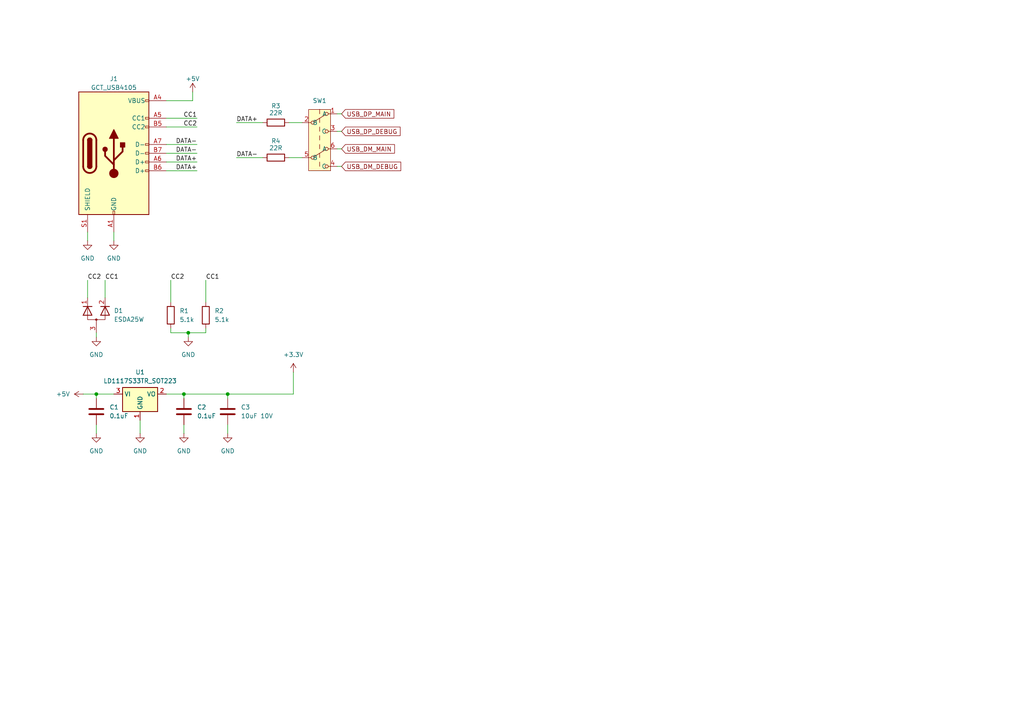
<source format=kicad_sch>
(kicad_sch
	(version 20231120)
	(generator "eeschema")
	(generator_version "8.0")
	(uuid "7a3c4c2f-9b14-4c40-816a-150931abb648")
	(paper "A4")
	(lib_symbols
		(symbol "Connector:USB_C_Receptacle_USB2.0_14P"
			(pin_names
				(offset 1.016)
			)
			(exclude_from_sim no)
			(in_bom yes)
			(on_board yes)
			(property "Reference" "J"
				(at 0 22.225 0)
				(effects
					(font
						(size 1.27 1.27)
					)
				)
			)
			(property "Value" "USB_C_Receptacle_USB2.0_14P"
				(at 0 19.685 0)
				(effects
					(font
						(size 1.27 1.27)
					)
				)
			)
			(property "Footprint" ""
				(at 3.81 0 0)
				(effects
					(font
						(size 1.27 1.27)
					)
					(hide yes)
				)
			)
			(property "Datasheet" "https://www.usb.org/sites/default/files/documents/usb_type-c.zip"
				(at 3.81 0 0)
				(effects
					(font
						(size 1.27 1.27)
					)
					(hide yes)
				)
			)
			(property "Description" "USB 2.0-only 14P Type-C Receptacle connector"
				(at 0 0 0)
				(effects
					(font
						(size 1.27 1.27)
					)
					(hide yes)
				)
			)
			(property "ki_keywords" "usb universal serial bus type-C USB2.0"
				(at 0 0 0)
				(effects
					(font
						(size 1.27 1.27)
					)
					(hide yes)
				)
			)
			(property "ki_fp_filters" "USB*C*Receptacle*"
				(at 0 0 0)
				(effects
					(font
						(size 1.27 1.27)
					)
					(hide yes)
				)
			)
			(symbol "USB_C_Receptacle_USB2.0_14P_0_0"
				(rectangle
					(start -0.254 -17.78)
					(end 0.254 -16.764)
					(stroke
						(width 0)
						(type default)
					)
					(fill
						(type none)
					)
				)
				(rectangle
					(start 10.16 -4.826)
					(end 9.144 -5.334)
					(stroke
						(width 0)
						(type default)
					)
					(fill
						(type none)
					)
				)
				(rectangle
					(start 10.16 -2.286)
					(end 9.144 -2.794)
					(stroke
						(width 0)
						(type default)
					)
					(fill
						(type none)
					)
				)
				(rectangle
					(start 10.16 0.254)
					(end 9.144 -0.254)
					(stroke
						(width 0)
						(type default)
					)
					(fill
						(type none)
					)
				)
				(rectangle
					(start 10.16 2.794)
					(end 9.144 2.286)
					(stroke
						(width 0)
						(type default)
					)
					(fill
						(type none)
					)
				)
				(rectangle
					(start 10.16 7.874)
					(end 9.144 7.366)
					(stroke
						(width 0)
						(type default)
					)
					(fill
						(type none)
					)
				)
				(rectangle
					(start 10.16 10.414)
					(end 9.144 9.906)
					(stroke
						(width 0)
						(type default)
					)
					(fill
						(type none)
					)
				)
				(rectangle
					(start 10.16 15.494)
					(end 9.144 14.986)
					(stroke
						(width 0)
						(type default)
					)
					(fill
						(type none)
					)
				)
			)
			(symbol "USB_C_Receptacle_USB2.0_14P_0_1"
				(rectangle
					(start -10.16 17.78)
					(end 10.16 -17.78)
					(stroke
						(width 0.254)
						(type default)
					)
					(fill
						(type background)
					)
				)
				(arc
					(start -8.89 -3.81)
					(mid -6.985 -5.7067)
					(end -5.08 -3.81)
					(stroke
						(width 0.508)
						(type default)
					)
					(fill
						(type none)
					)
				)
				(arc
					(start -7.62 -3.81)
					(mid -6.985 -4.4423)
					(end -6.35 -3.81)
					(stroke
						(width 0.254)
						(type default)
					)
					(fill
						(type none)
					)
				)
				(arc
					(start -7.62 -3.81)
					(mid -6.985 -4.4423)
					(end -6.35 -3.81)
					(stroke
						(width 0.254)
						(type default)
					)
					(fill
						(type outline)
					)
				)
				(rectangle
					(start -7.62 -3.81)
					(end -6.35 3.81)
					(stroke
						(width 0.254)
						(type default)
					)
					(fill
						(type outline)
					)
				)
				(arc
					(start -6.35 3.81)
					(mid -6.985 4.4423)
					(end -7.62 3.81)
					(stroke
						(width 0.254)
						(type default)
					)
					(fill
						(type none)
					)
				)
				(arc
					(start -6.35 3.81)
					(mid -6.985 4.4423)
					(end -7.62 3.81)
					(stroke
						(width 0.254)
						(type default)
					)
					(fill
						(type outline)
					)
				)
				(arc
					(start -5.08 3.81)
					(mid -6.985 5.7067)
					(end -8.89 3.81)
					(stroke
						(width 0.508)
						(type default)
					)
					(fill
						(type none)
					)
				)
				(circle
					(center -2.54 1.143)
					(radius 0.635)
					(stroke
						(width 0.254)
						(type default)
					)
					(fill
						(type outline)
					)
				)
				(circle
					(center 0 -5.842)
					(radius 1.27)
					(stroke
						(width 0)
						(type default)
					)
					(fill
						(type outline)
					)
				)
				(polyline
					(pts
						(xy -8.89 -3.81) (xy -8.89 3.81)
					)
					(stroke
						(width 0.508)
						(type default)
					)
					(fill
						(type none)
					)
				)
				(polyline
					(pts
						(xy -5.08 3.81) (xy -5.08 -3.81)
					)
					(stroke
						(width 0.508)
						(type default)
					)
					(fill
						(type none)
					)
				)
				(polyline
					(pts
						(xy 0 -5.842) (xy 0 4.318)
					)
					(stroke
						(width 0.508)
						(type default)
					)
					(fill
						(type none)
					)
				)
				(polyline
					(pts
						(xy 0 -3.302) (xy -2.54 -0.762) (xy -2.54 0.508)
					)
					(stroke
						(width 0.508)
						(type default)
					)
					(fill
						(type none)
					)
				)
				(polyline
					(pts
						(xy 0 -2.032) (xy 2.54 0.508) (xy 2.54 1.778)
					)
					(stroke
						(width 0.508)
						(type default)
					)
					(fill
						(type none)
					)
				)
				(polyline
					(pts
						(xy -1.27 4.318) (xy 0 6.858) (xy 1.27 4.318) (xy -1.27 4.318)
					)
					(stroke
						(width 0.254)
						(type default)
					)
					(fill
						(type outline)
					)
				)
				(rectangle
					(start 1.905 1.778)
					(end 3.175 3.048)
					(stroke
						(width 0.254)
						(type default)
					)
					(fill
						(type outline)
					)
				)
			)
			(symbol "USB_C_Receptacle_USB2.0_14P_1_1"
				(pin passive line
					(at 0 -22.86 90)
					(length 5.08)
					(name "GND"
						(effects
							(font
								(size 1.27 1.27)
							)
						)
					)
					(number "A1"
						(effects
							(font
								(size 1.27 1.27)
							)
						)
					)
				)
				(pin passive line
					(at 0 -22.86 90)
					(length 5.08) hide
					(name "GND"
						(effects
							(font
								(size 1.27 1.27)
							)
						)
					)
					(number "A12"
						(effects
							(font
								(size 1.27 1.27)
							)
						)
					)
				)
				(pin passive line
					(at 15.24 15.24 180)
					(length 5.08)
					(name "VBUS"
						(effects
							(font
								(size 1.27 1.27)
							)
						)
					)
					(number "A4"
						(effects
							(font
								(size 1.27 1.27)
							)
						)
					)
				)
				(pin bidirectional line
					(at 15.24 10.16 180)
					(length 5.08)
					(name "CC1"
						(effects
							(font
								(size 1.27 1.27)
							)
						)
					)
					(number "A5"
						(effects
							(font
								(size 1.27 1.27)
							)
						)
					)
				)
				(pin bidirectional line
					(at 15.24 -2.54 180)
					(length 5.08)
					(name "D+"
						(effects
							(font
								(size 1.27 1.27)
							)
						)
					)
					(number "A6"
						(effects
							(font
								(size 1.27 1.27)
							)
						)
					)
				)
				(pin bidirectional line
					(at 15.24 2.54 180)
					(length 5.08)
					(name "D-"
						(effects
							(font
								(size 1.27 1.27)
							)
						)
					)
					(number "A7"
						(effects
							(font
								(size 1.27 1.27)
							)
						)
					)
				)
				(pin passive line
					(at 15.24 15.24 180)
					(length 5.08) hide
					(name "VBUS"
						(effects
							(font
								(size 1.27 1.27)
							)
						)
					)
					(number "A9"
						(effects
							(font
								(size 1.27 1.27)
							)
						)
					)
				)
				(pin passive line
					(at 0 -22.86 90)
					(length 5.08) hide
					(name "GND"
						(effects
							(font
								(size 1.27 1.27)
							)
						)
					)
					(number "B1"
						(effects
							(font
								(size 1.27 1.27)
							)
						)
					)
				)
				(pin passive line
					(at 0 -22.86 90)
					(length 5.08) hide
					(name "GND"
						(effects
							(font
								(size 1.27 1.27)
							)
						)
					)
					(number "B12"
						(effects
							(font
								(size 1.27 1.27)
							)
						)
					)
				)
				(pin passive line
					(at 15.24 15.24 180)
					(length 5.08) hide
					(name "VBUS"
						(effects
							(font
								(size 1.27 1.27)
							)
						)
					)
					(number "B4"
						(effects
							(font
								(size 1.27 1.27)
							)
						)
					)
				)
				(pin bidirectional line
					(at 15.24 7.62 180)
					(length 5.08)
					(name "CC2"
						(effects
							(font
								(size 1.27 1.27)
							)
						)
					)
					(number "B5"
						(effects
							(font
								(size 1.27 1.27)
							)
						)
					)
				)
				(pin bidirectional line
					(at 15.24 -5.08 180)
					(length 5.08)
					(name "D+"
						(effects
							(font
								(size 1.27 1.27)
							)
						)
					)
					(number "B6"
						(effects
							(font
								(size 1.27 1.27)
							)
						)
					)
				)
				(pin bidirectional line
					(at 15.24 0 180)
					(length 5.08)
					(name "D-"
						(effects
							(font
								(size 1.27 1.27)
							)
						)
					)
					(number "B7"
						(effects
							(font
								(size 1.27 1.27)
							)
						)
					)
				)
				(pin passive line
					(at 15.24 15.24 180)
					(length 5.08) hide
					(name "VBUS"
						(effects
							(font
								(size 1.27 1.27)
							)
						)
					)
					(number "B9"
						(effects
							(font
								(size 1.27 1.27)
							)
						)
					)
				)
				(pin passive line
					(at -7.62 -22.86 90)
					(length 5.08)
					(name "SHIELD"
						(effects
							(font
								(size 1.27 1.27)
							)
						)
					)
					(number "S1"
						(effects
							(font
								(size 1.27 1.27)
							)
						)
					)
				)
			)
		)
		(symbol "Device:D_Dual_CommonAnode_KKA_Parallel"
			(pin_names
				(offset 0.762) hide)
			(exclude_from_sim no)
			(in_bom yes)
			(on_board yes)
			(property "Reference" "D"
				(at 0 5.08 0)
				(effects
					(font
						(size 1.27 1.27)
					)
				)
			)
			(property "Value" "D_Dual_CommonAnode_KKA_Parallel"
				(at 0 -5.08 0)
				(effects
					(font
						(size 1.27 1.27)
					)
				)
			)
			(property "Footprint" ""
				(at -1.27 0 0)
				(effects
					(font
						(size 1.27 1.27)
					)
					(hide yes)
				)
			)
			(property "Datasheet" "~"
				(at -1.27 0 0)
				(effects
					(font
						(size 1.27 1.27)
					)
					(hide yes)
				)
			)
			(property "Description" "Dual diode, common anode on pin 1"
				(at 0 0 0)
				(effects
					(font
						(size 1.27 1.27)
					)
					(hide yes)
				)
			)
			(property "ki_keywords" "diode"
				(at 0 0 0)
				(effects
					(font
						(size 1.27 1.27)
					)
					(hide yes)
				)
			)
			(symbol "D_Dual_CommonAnode_KKA_Parallel_0_0"
				(polyline
					(pts
						(xy 2.54 -3.81) (xy 2.54 -1.27)
					)
					(stroke
						(width 0.254)
						(type default)
					)
					(fill
						(type none)
					)
				)
				(polyline
					(pts
						(xy 2.54 1.27) (xy 2.54 3.81)
					)
					(stroke
						(width 0.254)
						(type default)
					)
					(fill
						(type none)
					)
				)
			)
			(symbol "D_Dual_CommonAnode_KKA_Parallel_0_1"
				(circle
					(center -1.27 0)
					(radius 0.254)
					(stroke
						(width 0)
						(type default)
					)
					(fill
						(type outline)
					)
				)
				(polyline
					(pts
						(xy -1.27 0) (xy -2.54 0)
					)
					(stroke
						(width 0)
						(type default)
					)
					(fill
						(type none)
					)
				)
				(polyline
					(pts
						(xy 2.54 2.54) (xy -1.27 2.54) (xy -1.27 -2.54) (xy 2.54 -2.54)
					)
					(stroke
						(width 0)
						(type default)
					)
					(fill
						(type none)
					)
				)
				(polyline
					(pts
						(xy 0 -1.27) (xy 2.54 -2.54) (xy 0 -3.81) (xy 0 -1.27) (xy 0 -1.27) (xy 0 -1.27)
					)
					(stroke
						(width 0.254)
						(type default)
					)
					(fill
						(type none)
					)
				)
				(polyline
					(pts
						(xy 0 3.81) (xy 2.54 2.54) (xy 0 1.27) (xy 0 3.81) (xy 0 3.81) (xy 0 3.81)
					)
					(stroke
						(width 0.254)
						(type default)
					)
					(fill
						(type none)
					)
				)
				(pin passive line
					(at 5.08 2.54 180)
					(length 2.54)
					(name "K"
						(effects
							(font
								(size 1.27 1.27)
							)
						)
					)
					(number "1"
						(effects
							(font
								(size 1.27 1.27)
							)
						)
					)
				)
				(pin passive line
					(at 5.08 -2.54 180)
					(length 2.54)
					(name "K"
						(effects
							(font
								(size 1.27 1.27)
							)
						)
					)
					(number "2"
						(effects
							(font
								(size 1.27 1.27)
							)
						)
					)
				)
				(pin passive line
					(at -5.08 0 0)
					(length 2.54)
					(name "A"
						(effects
							(font
								(size 1.27 1.27)
							)
						)
					)
					(number "3"
						(effects
							(font
								(size 1.27 1.27)
							)
						)
					)
				)
			)
		)
		(symbol "Device:R"
			(pin_numbers hide)
			(pin_names
				(offset 0)
			)
			(exclude_from_sim no)
			(in_bom yes)
			(on_board yes)
			(property "Reference" "R"
				(at 2.032 0 90)
				(effects
					(font
						(size 1.27 1.27)
					)
				)
			)
			(property "Value" "R"
				(at 0 0 90)
				(effects
					(font
						(size 1.27 1.27)
					)
				)
			)
			(property "Footprint" ""
				(at -1.778 0 90)
				(effects
					(font
						(size 1.27 1.27)
					)
					(hide yes)
				)
			)
			(property "Datasheet" "~"
				(at 0 0 0)
				(effects
					(font
						(size 1.27 1.27)
					)
					(hide yes)
				)
			)
			(property "Description" "Resistor"
				(at 0 0 0)
				(effects
					(font
						(size 1.27 1.27)
					)
					(hide yes)
				)
			)
			(property "ki_keywords" "R res resistor"
				(at 0 0 0)
				(effects
					(font
						(size 1.27 1.27)
					)
					(hide yes)
				)
			)
			(property "ki_fp_filters" "R_*"
				(at 0 0 0)
				(effects
					(font
						(size 1.27 1.27)
					)
					(hide yes)
				)
			)
			(symbol "R_0_1"
				(rectangle
					(start -1.016 -2.54)
					(end 1.016 2.54)
					(stroke
						(width 0.254)
						(type default)
					)
					(fill
						(type none)
					)
				)
			)
			(symbol "R_1_1"
				(pin passive line
					(at 0 3.81 270)
					(length 1.27)
					(name "~"
						(effects
							(font
								(size 1.27 1.27)
							)
						)
					)
					(number "1"
						(effects
							(font
								(size 1.27 1.27)
							)
						)
					)
				)
				(pin passive line
					(at 0 -3.81 90)
					(length 1.27)
					(name "~"
						(effects
							(font
								(size 1.27 1.27)
							)
						)
					)
					(number "2"
						(effects
							(font
								(size 1.27 1.27)
							)
						)
					)
				)
			)
		)
		(symbol "MST22D18G2-125:MST22D18G2-125"
			(exclude_from_sim no)
			(in_bom yes)
			(on_board yes)
			(property "Reference" "SW"
				(at 0 10.414 0)
				(effects
					(font
						(size 1.27 1.27)
					)
				)
			)
			(property "Value" ""
				(at 0 5.08 0)
				(effects
					(font
						(size 1.27 1.27)
					)
					(hide yes)
				)
			)
			(property "Footprint" "MST22D18G2-125:MST22D18G2-125-footprint"
				(at 0 5.08 0)
				(effects
					(font
						(size 1.27 1.27)
					)
					(hide yes)
				)
			)
			(property "Datasheet" "https://www.lcsc.com/datasheet/lcsc_datasheet_2110190930_SHOU-HAN-MST22D18G2-125_C2906280.pdf"
				(at 0 5.08 0)
				(effects
					(font
						(size 1.27 1.27)
					)
					(hide yes)
				)
			)
			(property "Description" "Standing paste 100mA DPDT 12V Black 10,000 times SMD Slide Switches ROHS"
				(at 0 5.08 0)
				(effects
					(font
						(size 1.27 1.27)
					)
					(hide yes)
				)
			)
			(symbol "MST22D18G2-125_0_1"
				(circle
					(center -2.032 -5.08)
					(radius 0.4572)
					(stroke
						(width 0)
						(type default)
					)
					(fill
						(type none)
					)
				)
				(circle
					(center -2.032 5.08)
					(radius 0.4572)
					(stroke
						(width 0)
						(type default)
					)
					(fill
						(type none)
					)
				)
				(polyline
					(pts
						(xy -1.651 -4.826) (xy 1.651 -2.794)
					)
					(stroke
						(width 0)
						(type default)
					)
					(fill
						(type none)
					)
				)
				(polyline
					(pts
						(xy -1.651 5.334) (xy 1.651 7.366)
					)
					(stroke
						(width 0)
						(type default)
					)
					(fill
						(type none)
					)
				)
				(polyline
					(pts
						(xy 0 -7.62) (xy 0 -6.35)
					)
					(stroke
						(width 0)
						(type default)
					)
					(fill
						(type none)
					)
				)
				(polyline
					(pts
						(xy 0 -5.08) (xy 0 -3.81)
					)
					(stroke
						(width 0)
						(type default)
					)
					(fill
						(type none)
					)
				)
				(polyline
					(pts
						(xy 0 -2.54) (xy 0 -1.27)
					)
					(stroke
						(width 0)
						(type default)
					)
					(fill
						(type none)
					)
				)
				(polyline
					(pts
						(xy 0 0) (xy 0 1.27)
					)
					(stroke
						(width 0)
						(type default)
					)
					(fill
						(type none)
					)
				)
				(polyline
					(pts
						(xy 0 2.54) (xy 0 3.81)
					)
					(stroke
						(width 0)
						(type default)
					)
					(fill
						(type none)
					)
				)
				(polyline
					(pts
						(xy 0 5.08) (xy 0 6.35)
					)
					(stroke
						(width 0)
						(type default)
					)
					(fill
						(type none)
					)
				)
				(polyline
					(pts
						(xy 0 7.62) (xy 0 8.89)
					)
					(stroke
						(width 0)
						(type default)
					)
					(fill
						(type none)
					)
				)
				(circle
					(center 2.032 -7.62)
					(radius 0.4572)
					(stroke
						(width 0)
						(type default)
					)
					(fill
						(type none)
					)
				)
				(circle
					(center 2.032 -2.54)
					(radius 0.4572)
					(stroke
						(width 0)
						(type default)
					)
					(fill
						(type none)
					)
				)
				(circle
					(center 2.032 2.54)
					(radius 0.4572)
					(stroke
						(width 0)
						(type default)
					)
					(fill
						(type none)
					)
				)
				(circle
					(center 2.032 7.62)
					(radius 0.4572)
					(stroke
						(width 0)
						(type default)
					)
					(fill
						(type none)
					)
				)
			)
			(symbol "MST22D18G2-125_1_1"
				(rectangle
					(start -3.175 8.89)
					(end 3.175 -8.89)
					(stroke
						(width 0)
						(type default)
					)
					(fill
						(type background)
					)
				)
				(pin passive line
					(at 5.08 7.62 180)
					(length 2.54)
					(name "A"
						(effects
							(font
								(size 1.27 1.27)
							)
						)
					)
					(number "1"
						(effects
							(font
								(size 1.27 1.27)
							)
						)
					)
				)
				(pin passive line
					(at -5.08 5.08 0)
					(length 2.54)
					(name "B"
						(effects
							(font
								(size 1.27 1.27)
							)
						)
					)
					(number "2"
						(effects
							(font
								(size 1.27 1.27)
							)
						)
					)
				)
				(pin passive line
					(at 5.08 2.54 180)
					(length 2.54)
					(name "C"
						(effects
							(font
								(size 1.27 1.27)
							)
						)
					)
					(number "3"
						(effects
							(font
								(size 1.27 1.27)
							)
						)
					)
				)
				(pin passive line
					(at 5.08 -7.62 180)
					(length 2.54)
					(name "C"
						(effects
							(font
								(size 1.27 1.27)
							)
						)
					)
					(number "4"
						(effects
							(font
								(size 1.27 1.27)
							)
						)
					)
				)
				(pin passive line
					(at -5.08 -5.08 0)
					(length 2.54)
					(name "B"
						(effects
							(font
								(size 1.27 1.27)
							)
						)
					)
					(number "5"
						(effects
							(font
								(size 1.27 1.27)
							)
						)
					)
				)
				(pin passive line
					(at 5.08 -2.54 180)
					(length 2.54)
					(name "A"
						(effects
							(font
								(size 1.27 1.27)
							)
						)
					)
					(number "6"
						(effects
							(font
								(size 1.27 1.27)
							)
						)
					)
				)
			)
		)
		(symbol "PCM_Capacitor_AKL:C_0805"
			(pin_numbers hide)
			(pin_names
				(offset 0.254)
			)
			(exclude_from_sim no)
			(in_bom yes)
			(on_board yes)
			(property "Reference" "C"
				(at 0.635 2.54 0)
				(effects
					(font
						(size 1.27 1.27)
					)
					(justify left)
				)
			)
			(property "Value" "C_0805"
				(at 0.635 -2.54 0)
				(effects
					(font
						(size 1.27 1.27)
					)
					(justify left)
				)
			)
			(property "Footprint" "Capacitor_SMD_AKL:C_0805_2012Metric"
				(at 0.9652 -3.81 0)
				(effects
					(font
						(size 1.27 1.27)
					)
					(hide yes)
				)
			)
			(property "Datasheet" "~"
				(at 0 0 0)
				(effects
					(font
						(size 1.27 1.27)
					)
					(hide yes)
				)
			)
			(property "Description" "SMD 0805 MLCC capacitor, Alternate KiCad Library"
				(at 0 0 0)
				(effects
					(font
						(size 1.27 1.27)
					)
					(hide yes)
				)
			)
			(property "ki_keywords" "cap capacitor ceramic chip mlcc smd 0805"
				(at 0 0 0)
				(effects
					(font
						(size 1.27 1.27)
					)
					(hide yes)
				)
			)
			(property "ki_fp_filters" "C_*"
				(at 0 0 0)
				(effects
					(font
						(size 1.27 1.27)
					)
					(hide yes)
				)
			)
			(symbol "C_0805_0_1"
				(polyline
					(pts
						(xy -2.032 -0.762) (xy 2.032 -0.762)
					)
					(stroke
						(width 0.508)
						(type default)
					)
					(fill
						(type none)
					)
				)
				(polyline
					(pts
						(xy -2.032 0.762) (xy 2.032 0.762)
					)
					(stroke
						(width 0.508)
						(type default)
					)
					(fill
						(type none)
					)
				)
			)
			(symbol "C_0805_1_1"
				(pin passive line
					(at 0 3.81 270)
					(length 2.794)
					(name "~"
						(effects
							(font
								(size 1.27 1.27)
							)
						)
					)
					(number "1"
						(effects
							(font
								(size 1.27 1.27)
							)
						)
					)
				)
				(pin passive line
					(at 0 -3.81 90)
					(length 2.794)
					(name "~"
						(effects
							(font
								(size 1.27 1.27)
							)
						)
					)
					(number "2"
						(effects
							(font
								(size 1.27 1.27)
							)
						)
					)
				)
			)
		)
		(symbol "PCM_Resistor_AKL:R_Generic"
			(pin_numbers hide)
			(pin_names
				(offset 0)
			)
			(exclude_from_sim no)
			(in_bom yes)
			(on_board yes)
			(property "Reference" "R"
				(at 2.54 1.27 0)
				(effects
					(font
						(size 1.27 1.27)
					)
					(justify left)
				)
			)
			(property "Value" "R_Generic"
				(at 2.54 -1.27 0)
				(effects
					(font
						(size 1.27 1.27)
					)
					(justify left)
				)
			)
			(property "Footprint" ""
				(at -1.778 0 90)
				(effects
					(font
						(size 1.27 1.27)
					)
					(hide yes)
				)
			)
			(property "Datasheet" "~"
				(at 0 0 0)
				(effects
					(font
						(size 1.27 1.27)
					)
					(hide yes)
				)
			)
			(property "Description" "Resistor, Generic European Symbol, Alternate KiCad Library"
				(at 0 0 0)
				(effects
					(font
						(size 1.27 1.27)
					)
					(hide yes)
				)
			)
			(property "ki_keywords" "R res resistor eu"
				(at 0 0 0)
				(effects
					(font
						(size 1.27 1.27)
					)
					(hide yes)
				)
			)
			(property "ki_fp_filters" "R_*"
				(at 0 0 0)
				(effects
					(font
						(size 1.27 1.27)
					)
					(hide yes)
				)
			)
			(symbol "R_Generic_0_1"
				(rectangle
					(start -1.016 -2.54)
					(end 1.016 2.54)
					(stroke
						(width 0.254)
						(type default)
					)
					(fill
						(type none)
					)
				)
			)
			(symbol "R_Generic_1_1"
				(pin passive line
					(at 0 3.81 270)
					(length 1.27)
					(name "~"
						(effects
							(font
								(size 1.27 1.27)
							)
						)
					)
					(number "1"
						(effects
							(font
								(size 1.27 1.27)
							)
						)
					)
				)
				(pin passive line
					(at 0 -3.81 90)
					(length 1.27)
					(name "~"
						(effects
							(font
								(size 1.27 1.27)
							)
						)
					)
					(number "2"
						(effects
							(font
								(size 1.27 1.27)
							)
						)
					)
				)
			)
		)
		(symbol "Regulator_Linear:LD1117S33TR_SOT223"
			(exclude_from_sim no)
			(in_bom yes)
			(on_board yes)
			(property "Reference" "U"
				(at -3.81 3.175 0)
				(effects
					(font
						(size 1.27 1.27)
					)
				)
			)
			(property "Value" "LD1117S33TR_SOT223"
				(at 0 3.175 0)
				(effects
					(font
						(size 1.27 1.27)
					)
					(justify left)
				)
			)
			(property "Footprint" "Package_TO_SOT_SMD:SOT-223-3_TabPin2"
				(at 0 5.08 0)
				(effects
					(font
						(size 1.27 1.27)
					)
					(hide yes)
				)
			)
			(property "Datasheet" "http://www.st.com/st-web-ui/static/active/en/resource/technical/document/datasheet/CD00000544.pdf"
				(at 2.54 -6.35 0)
				(effects
					(font
						(size 1.27 1.27)
					)
					(hide yes)
				)
			)
			(property "Description" "800mA Fixed Low Drop Positive Voltage Regulator, Fixed Output 3.3V, SOT-223"
				(at 0 0 0)
				(effects
					(font
						(size 1.27 1.27)
					)
					(hide yes)
				)
			)
			(property "ki_keywords" "REGULATOR LDO 3.3V"
				(at 0 0 0)
				(effects
					(font
						(size 1.27 1.27)
					)
					(hide yes)
				)
			)
			(property "ki_fp_filters" "SOT?223*TabPin2*"
				(at 0 0 0)
				(effects
					(font
						(size 1.27 1.27)
					)
					(hide yes)
				)
			)
			(symbol "LD1117S33TR_SOT223_0_1"
				(rectangle
					(start -5.08 -5.08)
					(end 5.08 1.905)
					(stroke
						(width 0.254)
						(type default)
					)
					(fill
						(type background)
					)
				)
			)
			(symbol "LD1117S33TR_SOT223_1_1"
				(pin power_in line
					(at 0 -7.62 90)
					(length 2.54)
					(name "GND"
						(effects
							(font
								(size 1.27 1.27)
							)
						)
					)
					(number "1"
						(effects
							(font
								(size 1.27 1.27)
							)
						)
					)
				)
				(pin power_out line
					(at 7.62 0 180)
					(length 2.54)
					(name "VO"
						(effects
							(font
								(size 1.27 1.27)
							)
						)
					)
					(number "2"
						(effects
							(font
								(size 1.27 1.27)
							)
						)
					)
				)
				(pin power_in line
					(at -7.62 0 0)
					(length 2.54)
					(name "VI"
						(effects
							(font
								(size 1.27 1.27)
							)
						)
					)
					(number "3"
						(effects
							(font
								(size 1.27 1.27)
							)
						)
					)
				)
			)
		)
		(symbol "power:+3.3V"
			(power)
			(pin_numbers hide)
			(pin_names
				(offset 0) hide)
			(exclude_from_sim no)
			(in_bom yes)
			(on_board yes)
			(property "Reference" "#PWR"
				(at 0 -3.81 0)
				(effects
					(font
						(size 1.27 1.27)
					)
					(hide yes)
				)
			)
			(property "Value" "+3.3V"
				(at 0 3.556 0)
				(effects
					(font
						(size 1.27 1.27)
					)
				)
			)
			(property "Footprint" ""
				(at 0 0 0)
				(effects
					(font
						(size 1.27 1.27)
					)
					(hide yes)
				)
			)
			(property "Datasheet" ""
				(at 0 0 0)
				(effects
					(font
						(size 1.27 1.27)
					)
					(hide yes)
				)
			)
			(property "Description" "Power symbol creates a global label with name \"+3.3V\""
				(at 0 0 0)
				(effects
					(font
						(size 1.27 1.27)
					)
					(hide yes)
				)
			)
			(property "ki_keywords" "global power"
				(at 0 0 0)
				(effects
					(font
						(size 1.27 1.27)
					)
					(hide yes)
				)
			)
			(symbol "+3.3V_0_1"
				(polyline
					(pts
						(xy -0.762 1.27) (xy 0 2.54)
					)
					(stroke
						(width 0)
						(type default)
					)
					(fill
						(type none)
					)
				)
				(polyline
					(pts
						(xy 0 0) (xy 0 2.54)
					)
					(stroke
						(width 0)
						(type default)
					)
					(fill
						(type none)
					)
				)
				(polyline
					(pts
						(xy 0 2.54) (xy 0.762 1.27)
					)
					(stroke
						(width 0)
						(type default)
					)
					(fill
						(type none)
					)
				)
			)
			(symbol "+3.3V_1_1"
				(pin power_in line
					(at 0 0 90)
					(length 0)
					(name "~"
						(effects
							(font
								(size 1.27 1.27)
							)
						)
					)
					(number "1"
						(effects
							(font
								(size 1.27 1.27)
							)
						)
					)
				)
			)
		)
		(symbol "power:+5V"
			(power)
			(pin_numbers hide)
			(pin_names
				(offset 0) hide)
			(exclude_from_sim no)
			(in_bom yes)
			(on_board yes)
			(property "Reference" "#PWR"
				(at 0 -3.81 0)
				(effects
					(font
						(size 1.27 1.27)
					)
					(hide yes)
				)
			)
			(property "Value" "+5V"
				(at 0 3.556 0)
				(effects
					(font
						(size 1.27 1.27)
					)
				)
			)
			(property "Footprint" ""
				(at 0 0 0)
				(effects
					(font
						(size 1.27 1.27)
					)
					(hide yes)
				)
			)
			(property "Datasheet" ""
				(at 0 0 0)
				(effects
					(font
						(size 1.27 1.27)
					)
					(hide yes)
				)
			)
			(property "Description" "Power symbol creates a global label with name \"+5V\""
				(at 0 0 0)
				(effects
					(font
						(size 1.27 1.27)
					)
					(hide yes)
				)
			)
			(property "ki_keywords" "global power"
				(at 0 0 0)
				(effects
					(font
						(size 1.27 1.27)
					)
					(hide yes)
				)
			)
			(symbol "+5V_0_1"
				(polyline
					(pts
						(xy -0.762 1.27) (xy 0 2.54)
					)
					(stroke
						(width 0)
						(type default)
					)
					(fill
						(type none)
					)
				)
				(polyline
					(pts
						(xy 0 0) (xy 0 2.54)
					)
					(stroke
						(width 0)
						(type default)
					)
					(fill
						(type none)
					)
				)
				(polyline
					(pts
						(xy 0 2.54) (xy 0.762 1.27)
					)
					(stroke
						(width 0)
						(type default)
					)
					(fill
						(type none)
					)
				)
			)
			(symbol "+5V_1_1"
				(pin power_in line
					(at 0 0 90)
					(length 0)
					(name "~"
						(effects
							(font
								(size 1.27 1.27)
							)
						)
					)
					(number "1"
						(effects
							(font
								(size 1.27 1.27)
							)
						)
					)
				)
			)
		)
		(symbol "power:GND"
			(power)
			(pin_numbers hide)
			(pin_names
				(offset 0) hide)
			(exclude_from_sim no)
			(in_bom yes)
			(on_board yes)
			(property "Reference" "#PWR"
				(at 0 -6.35 0)
				(effects
					(font
						(size 1.27 1.27)
					)
					(hide yes)
				)
			)
			(property "Value" "GND"
				(at 0 -3.81 0)
				(effects
					(font
						(size 1.27 1.27)
					)
				)
			)
			(property "Footprint" ""
				(at 0 0 0)
				(effects
					(font
						(size 1.27 1.27)
					)
					(hide yes)
				)
			)
			(property "Datasheet" ""
				(at 0 0 0)
				(effects
					(font
						(size 1.27 1.27)
					)
					(hide yes)
				)
			)
			(property "Description" "Power symbol creates a global label with name \"GND\" , ground"
				(at 0 0 0)
				(effects
					(font
						(size 1.27 1.27)
					)
					(hide yes)
				)
			)
			(property "ki_keywords" "global power"
				(at 0 0 0)
				(effects
					(font
						(size 1.27 1.27)
					)
					(hide yes)
				)
			)
			(symbol "GND_0_1"
				(polyline
					(pts
						(xy 0 0) (xy 0 -1.27) (xy 1.27 -1.27) (xy 0 -2.54) (xy -1.27 -1.27) (xy 0 -1.27)
					)
					(stroke
						(width 0)
						(type default)
					)
					(fill
						(type none)
					)
				)
			)
			(symbol "GND_1_1"
				(pin power_in line
					(at 0 0 270)
					(length 0)
					(name "~"
						(effects
							(font
								(size 1.27 1.27)
							)
						)
					)
					(number "1"
						(effects
							(font
								(size 1.27 1.27)
							)
						)
					)
				)
			)
		)
	)
	(junction
		(at 53.34 114.3)
		(diameter 0)
		(color 0 0 0 0)
		(uuid "2ce28fb1-2f9c-4101-b00a-feff7f111f7a")
	)
	(junction
		(at 66.04 114.3)
		(diameter 0)
		(color 0 0 0 0)
		(uuid "69bc0487-2448-4705-9850-9edbc7ace634")
	)
	(junction
		(at 54.61 96.52)
		(diameter 0)
		(color 0 0 0 0)
		(uuid "834f87a0-5dbf-4223-aa07-59d3ba2acef3")
	)
	(junction
		(at 27.94 114.3)
		(diameter 0)
		(color 0 0 0 0)
		(uuid "f91f6751-ef44-41ec-ab1f-6dec505109f9")
	)
	(wire
		(pts
			(xy 55.88 29.21) (xy 55.88 26.67)
		)
		(stroke
			(width 0)
			(type default)
		)
		(uuid "0732b81a-b6c2-42ec-ba2c-a0ca5cc59a56")
	)
	(wire
		(pts
			(xy 97.79 33.02) (xy 99.06 33.02)
		)
		(stroke
			(width 0)
			(type default)
		)
		(uuid "0769ec9e-2b91-4125-8951-d52835b1d36c")
	)
	(wire
		(pts
			(xy 53.34 114.3) (xy 53.34 115.57)
		)
		(stroke
			(width 0)
			(type default)
		)
		(uuid "08b878bf-fbeb-4c4d-a03c-7d8e65c7f647")
	)
	(wire
		(pts
			(xy 85.09 107.95) (xy 85.09 114.3)
		)
		(stroke
			(width 0)
			(type default)
		)
		(uuid "0d04aa81-cbe3-4519-aea2-bbd5da465916")
	)
	(wire
		(pts
			(xy 48.26 114.3) (xy 53.34 114.3)
		)
		(stroke
			(width 0)
			(type default)
		)
		(uuid "130553d1-6685-4a06-8bd4-31c37a181fe2")
	)
	(wire
		(pts
			(xy 48.26 41.91) (xy 57.15 41.91)
		)
		(stroke
			(width 0)
			(type default)
		)
		(uuid "1a2790db-8a1d-4b95-9b0a-c772b6a41cc1")
	)
	(wire
		(pts
			(xy 48.26 44.45) (xy 57.15 44.45)
		)
		(stroke
			(width 0)
			(type default)
		)
		(uuid "266e23bd-0f7a-4e03-bcd3-cc07d1080bbc")
	)
	(wire
		(pts
			(xy 66.04 114.3) (xy 66.04 115.57)
		)
		(stroke
			(width 0)
			(type default)
		)
		(uuid "2b2e581e-9062-4987-b377-4a63e02d671f")
	)
	(wire
		(pts
			(xy 97.79 48.26) (xy 99.06 48.26)
		)
		(stroke
			(width 0)
			(type default)
		)
		(uuid "2cfc6f4f-7adf-4511-8294-e2a56c5d15f7")
	)
	(wire
		(pts
			(xy 49.53 96.52) (xy 49.53 95.25)
		)
		(stroke
			(width 0)
			(type default)
		)
		(uuid "2e049e1d-ec7e-4b44-af18-9f9e4e1d1c58")
	)
	(wire
		(pts
			(xy 33.02 67.31) (xy 33.02 69.85)
		)
		(stroke
			(width 0)
			(type default)
		)
		(uuid "312a9e49-2690-4fe4-bd2e-d20e32bf9f0f")
	)
	(wire
		(pts
			(xy 66.04 114.3) (xy 85.09 114.3)
		)
		(stroke
			(width 0)
			(type default)
		)
		(uuid "39545734-33e7-47a3-a49a-afc964bdb8bc")
	)
	(wire
		(pts
			(xy 59.69 81.28) (xy 59.69 87.63)
		)
		(stroke
			(width 0)
			(type default)
		)
		(uuid "3b06bd43-84b9-427a-be2c-24184efb0669")
	)
	(wire
		(pts
			(xy 49.53 81.28) (xy 49.53 87.63)
		)
		(stroke
			(width 0)
			(type default)
		)
		(uuid "3b0754d5-1d6f-4dbf-ad20-1d3111cfc089")
	)
	(wire
		(pts
			(xy 53.34 123.19) (xy 53.34 125.73)
		)
		(stroke
			(width 0)
			(type default)
		)
		(uuid "3d66387b-e1c0-4531-96c1-2122a56b1f3d")
	)
	(wire
		(pts
			(xy 27.94 115.57) (xy 27.94 114.3)
		)
		(stroke
			(width 0)
			(type default)
		)
		(uuid "419d54cb-9ac0-4c3b-907e-c244cdeb8ba5")
	)
	(wire
		(pts
			(xy 48.26 36.83) (xy 57.15 36.83)
		)
		(stroke
			(width 0)
			(type default)
		)
		(uuid "4d3be682-8f8f-44c9-b895-aa6501d7af9f")
	)
	(wire
		(pts
			(xy 25.4 67.31) (xy 25.4 69.85)
		)
		(stroke
			(width 0)
			(type default)
		)
		(uuid "4e692290-e146-4178-81fc-cafdd0951c20")
	)
	(wire
		(pts
			(xy 54.61 96.52) (xy 54.61 97.79)
		)
		(stroke
			(width 0)
			(type default)
		)
		(uuid "529c4a57-397c-4f04-89d8-06a1aa0214a3")
	)
	(wire
		(pts
			(xy 68.58 35.56) (xy 76.2 35.56)
		)
		(stroke
			(width 0)
			(type default)
		)
		(uuid "53c3efc7-5ce0-4db3-ba33-b148813f8951")
	)
	(wire
		(pts
			(xy 66.04 123.19) (xy 66.04 125.73)
		)
		(stroke
			(width 0)
			(type default)
		)
		(uuid "613a2c09-e1bc-46d5-8308-06002ba0d0cc")
	)
	(wire
		(pts
			(xy 53.34 114.3) (xy 66.04 114.3)
		)
		(stroke
			(width 0)
			(type default)
		)
		(uuid "7365d432-abc3-4c04-be87-3c3cb3349caa")
	)
	(wire
		(pts
			(xy 83.82 45.72) (xy 87.63 45.72)
		)
		(stroke
			(width 0)
			(type default)
		)
		(uuid "7396fd1f-4bde-4db5-a620-54f10be19144")
	)
	(wire
		(pts
			(xy 40.64 121.92) (xy 40.64 125.73)
		)
		(stroke
			(width 0)
			(type default)
		)
		(uuid "73eefa23-66a4-407a-a08e-3766c186e9eb")
	)
	(wire
		(pts
			(xy 97.79 43.18) (xy 99.06 43.18)
		)
		(stroke
			(width 0)
			(type default)
		)
		(uuid "780577be-4ae8-49c3-87e6-63ee0586e234")
	)
	(wire
		(pts
			(xy 76.2 45.72) (xy 68.58 45.72)
		)
		(stroke
			(width 0)
			(type default)
		)
		(uuid "8284e54d-29cf-45c2-96de-21274e7f890b")
	)
	(wire
		(pts
			(xy 48.26 29.21) (xy 55.88 29.21)
		)
		(stroke
			(width 0)
			(type default)
		)
		(uuid "8e97d21a-26fc-4e63-9df3-ce03807ae97f")
	)
	(wire
		(pts
			(xy 49.53 96.52) (xy 54.61 96.52)
		)
		(stroke
			(width 0)
			(type default)
		)
		(uuid "9144074b-6cc4-4f3c-b853-61a79a29ecc4")
	)
	(wire
		(pts
			(xy 27.94 123.19) (xy 27.94 125.73)
		)
		(stroke
			(width 0)
			(type default)
		)
		(uuid "93ddc060-8c97-4c19-9598-985a35c0753e")
	)
	(wire
		(pts
			(xy 48.26 34.29) (xy 57.15 34.29)
		)
		(stroke
			(width 0)
			(type default)
		)
		(uuid "97b3c4de-328c-4632-a471-11de4504779a")
	)
	(wire
		(pts
			(xy 59.69 96.52) (xy 59.69 95.25)
		)
		(stroke
			(width 0)
			(type default)
		)
		(uuid "a303a7eb-28de-4002-969a-df1de332fe2f")
	)
	(wire
		(pts
			(xy 24.13 114.3) (xy 27.94 114.3)
		)
		(stroke
			(width 0)
			(type default)
		)
		(uuid "a4e33b78-5c3d-4a5e-a88e-6facfa27342d")
	)
	(wire
		(pts
			(xy 54.61 96.52) (xy 59.69 96.52)
		)
		(stroke
			(width 0)
			(type default)
		)
		(uuid "b2df6614-5c92-492b-9272-d327adacbd75")
	)
	(wire
		(pts
			(xy 30.48 81.28) (xy 30.48 86.36)
		)
		(stroke
			(width 0)
			(type default)
		)
		(uuid "b373cecb-3d32-443a-991a-d393385b8d6c")
	)
	(wire
		(pts
			(xy 27.94 96.52) (xy 27.94 97.79)
		)
		(stroke
			(width 0)
			(type default)
		)
		(uuid "be44189f-8597-4126-8efa-b41c4cfb553f")
	)
	(wire
		(pts
			(xy 48.26 49.53) (xy 57.15 49.53)
		)
		(stroke
			(width 0)
			(type default)
		)
		(uuid "db8ce55c-c3db-460c-bcaa-f96e77d291ad")
	)
	(wire
		(pts
			(xy 25.4 81.28) (xy 25.4 86.36)
		)
		(stroke
			(width 0)
			(type default)
		)
		(uuid "e05266dc-82be-41b7-8dee-20ab9d36c42e")
	)
	(wire
		(pts
			(xy 97.79 38.1) (xy 99.06 38.1)
		)
		(stroke
			(width 0)
			(type default)
		)
		(uuid "ec9b316f-83be-4edb-b440-dace361de42c")
	)
	(wire
		(pts
			(xy 83.82 35.56) (xy 87.63 35.56)
		)
		(stroke
			(width 0)
			(type default)
		)
		(uuid "fac2feb5-f90a-49e1-b610-cba5564a2bec")
	)
	(wire
		(pts
			(xy 27.94 114.3) (xy 33.02 114.3)
		)
		(stroke
			(width 0)
			(type default)
		)
		(uuid "fc952135-7d5e-4973-80ab-2e3fa78b943b")
	)
	(wire
		(pts
			(xy 48.26 46.99) (xy 57.15 46.99)
		)
		(stroke
			(width 0)
			(type default)
		)
		(uuid "fced5833-123b-4fad-b4c9-8530583b272b")
	)
	(label "DATA+"
		(at 68.58 35.56 0)
		(fields_autoplaced yes)
		(effects
			(font
				(size 1.27 1.27)
			)
			(justify left bottom)
		)
		(uuid "0c53b955-b78d-4453-80d1-1739278ed65b")
	)
	(label "CC2"
		(at 57.15 36.83 180)
		(fields_autoplaced yes)
		(effects
			(font
				(size 1.27 1.27)
			)
			(justify right bottom)
		)
		(uuid "2f93d14d-e2ae-49e0-985e-17c02bf2b7d2")
	)
	(label "CC2"
		(at 25.4 81.28 0)
		(fields_autoplaced yes)
		(effects
			(font
				(size 1.27 1.27)
			)
			(justify left bottom)
		)
		(uuid "3184c9f7-3064-466d-b7fb-b11d4ad2f161")
	)
	(label "CC1"
		(at 30.48 81.28 0)
		(fields_autoplaced yes)
		(effects
			(font
				(size 1.27 1.27)
			)
			(justify left bottom)
		)
		(uuid "36d7db57-6dbb-44b2-ace1-799284143812")
	)
	(label "DATA-"
		(at 57.15 44.45 180)
		(fields_autoplaced yes)
		(effects
			(font
				(size 1.27 1.27)
			)
			(justify right bottom)
		)
		(uuid "4b8db474-971e-436b-8897-c1bd0f4664d9")
	)
	(label "DATA+"
		(at 57.15 46.99 180)
		(fields_autoplaced yes)
		(effects
			(font
				(size 1.27 1.27)
			)
			(justify right bottom)
		)
		(uuid "547ebbf8-b81f-4fb9-a302-03f5bfe33c91")
	)
	(label "CC2"
		(at 49.53 81.28 0)
		(fields_autoplaced yes)
		(effects
			(font
				(size 1.27 1.27)
			)
			(justify left bottom)
		)
		(uuid "7f11ec2a-73be-40f5-bfac-c823a3162c91")
	)
	(label "DATA-"
		(at 68.58 45.72 0)
		(fields_autoplaced yes)
		(effects
			(font
				(size 1.27 1.27)
			)
			(justify left bottom)
		)
		(uuid "8887efd9-9c2e-4e4e-99b9-f8c094f77de1")
	)
	(label "DATA-"
		(at 57.15 41.91 180)
		(fields_autoplaced yes)
		(effects
			(font
				(size 1.27 1.27)
			)
			(justify right bottom)
		)
		(uuid "b0a6f1a8-f2d0-404f-bf2b-4fdb82f0549e")
	)
	(label "CC1"
		(at 57.15 34.29 180)
		(fields_autoplaced yes)
		(effects
			(font
				(size 1.27 1.27)
			)
			(justify right bottom)
		)
		(uuid "cdda62a1-4cdb-4149-88fa-b8dc286283ce")
	)
	(label "CC1"
		(at 59.69 81.28 0)
		(fields_autoplaced yes)
		(effects
			(font
				(size 1.27 1.27)
			)
			(justify left bottom)
		)
		(uuid "d7112fd4-4c03-4e89-b471-5397450152cd")
	)
	(label "DATA+"
		(at 57.15 49.53 180)
		(fields_autoplaced yes)
		(effects
			(font
				(size 1.27 1.27)
			)
			(justify right bottom)
		)
		(uuid "eee3c307-8a23-46bc-a319-23db57e8f1ae")
	)
	(global_label "USB_DM_MAIN"
		(shape input)
		(at 99.06 43.18 0)
		(fields_autoplaced yes)
		(effects
			(font
				(size 1.27 1.27)
			)
			(justify left)
		)
		(uuid "913baa33-5ccf-412f-b4ec-9065034d651d")
		(property "Intersheetrefs" "${INTERSHEET_REFS}"
			(at 114.9871 43.18 0)
			(effects
				(font
					(size 1.27 1.27)
				)
				(justify left)
				(hide yes)
			)
		)
	)
	(global_label "USB_DP_MAIN"
		(shape input)
		(at 99.06 33.02 0)
		(fields_autoplaced yes)
		(effects
			(font
				(size 1.27 1.27)
			)
			(justify left)
		)
		(uuid "9ecb0929-0dee-4241-8b8e-cd3d7c78833a")
		(property "Intersheetrefs" "${INTERSHEET_REFS}"
			(at 114.8057 33.02 0)
			(effects
				(font
					(size 1.27 1.27)
				)
				(justify left)
				(hide yes)
			)
		)
	)
	(global_label "USB_DM_DEBUG"
		(shape input)
		(at 99.06 48.26 0)
		(fields_autoplaced yes)
		(effects
			(font
				(size 1.27 1.27)
			)
			(justify left)
		)
		(uuid "9f5efc56-fe5f-45e6-8f3b-5cab2425c9a2")
		(property "Intersheetrefs" "${INTERSHEET_REFS}"
			(at 116.8013 48.26 0)
			(effects
				(font
					(size 1.27 1.27)
				)
				(justify left)
				(hide yes)
			)
		)
	)
	(global_label "USB_DP_DEBUG"
		(shape input)
		(at 99.06 38.1 0)
		(fields_autoplaced yes)
		(effects
			(font
				(size 1.27 1.27)
			)
			(justify left)
		)
		(uuid "cb7fc62d-c2ec-46b3-92a9-528575ef33cb")
		(property "Intersheetrefs" "${INTERSHEET_REFS}"
			(at 116.6199 38.1 0)
			(effects
				(font
					(size 1.27 1.27)
				)
				(justify left)
				(hide yes)
			)
		)
	)
	(symbol
		(lib_id "Connector:USB_C_Receptacle_USB2.0_14P")
		(at 33.02 44.45 0)
		(unit 1)
		(exclude_from_sim no)
		(in_bom yes)
		(on_board yes)
		(dnp no)
		(uuid "0ca971db-1020-480d-b2a0-51cad4f403d4")
		(property "Reference" "J1"
			(at 33.02 22.86 0)
			(effects
				(font
					(size 1.27 1.27)
				)
			)
		)
		(property "Value" "GCT_USB4105"
			(at 33.02 25.4 0)
			(effects
				(font
					(size 1.27 1.27)
				)
			)
		)
		(property "Footprint" "Connector_USB:USB_C_Receptacle_GCT_USB4105-xx-A_16P_TopMnt_Horizontal"
			(at 36.83 44.45 0)
			(effects
				(font
					(size 1.27 1.27)
				)
				(hide yes)
			)
		)
		(property "Datasheet" "https://www.usb.org/sites/default/files/documents/usb_type-c.zip"
			(at 36.83 44.45 0)
			(effects
				(font
					(size 1.27 1.27)
				)
				(hide yes)
			)
		)
		(property "Description" "USB 2.0-only 14P Type-C Receptacle connector"
			(at 33.02 44.45 0)
			(effects
				(font
					(size 1.27 1.27)
				)
				(hide yes)
			)
		)
		(pin "A7"
			(uuid "a0793e25-748a-4ec2-b4ff-5c2dd4df6861")
		)
		(pin "A1"
			(uuid "80c3d1e6-869f-4941-bd2f-5ab43f873945")
		)
		(pin "A12"
			(uuid "ea2da4c0-8b53-4602-8272-b136eb97cc07")
		)
		(pin "B7"
			(uuid "82a0fbb1-0640-42d6-b898-974045e155cb")
		)
		(pin "B9"
			(uuid "b3080bdc-902b-4694-a474-a93ce2200524")
		)
		(pin "A5"
			(uuid "e367a190-d5bb-4e2f-8e2a-f5326c9b15c9")
		)
		(pin "B6"
			(uuid "6f8b7a37-e160-4194-8d86-1e78a8c9d5cf")
		)
		(pin "B1"
			(uuid "3c3543eb-cb43-40b4-aaa5-a9bafa9aa857")
		)
		(pin "A6"
			(uuid "68480aa6-6d36-4168-a6ad-f7537f18c30c")
		)
		(pin "A9"
			(uuid "89fc8f0c-0041-44fb-8a7c-061032028d8e")
		)
		(pin "B5"
			(uuid "baa04f8b-ec47-46e8-a6ad-8343dc0e1bd8")
		)
		(pin "B4"
			(uuid "ab94e902-26f2-4346-aa5c-24943e4e232e")
		)
		(pin "S1"
			(uuid "3c7b7133-59a8-439a-bfab-44e4f8ff182a")
		)
		(pin "A4"
			(uuid "9212d433-2bfd-4a7a-8ffa-2513672bf7f2")
		)
		(pin "B12"
			(uuid "36e61019-8ae6-43ac-92db-9a60cbd4f867")
		)
		(instances
			(project "SimpleDebuggerBoard"
				(path "/151c78d1-891b-40e8-9342-455a73166f31/8761fae4-238e-47ab-be75-86ef35071a3d"
					(reference "J1")
					(unit 1)
				)
			)
		)
	)
	(symbol
		(lib_id "power:GND")
		(at 54.61 97.79 0)
		(unit 1)
		(exclude_from_sim no)
		(in_bom yes)
		(on_board yes)
		(dnp no)
		(uuid "1b03c04c-77b3-4859-8436-549b6d108c39")
		(property "Reference" "#PWR07"
			(at 54.61 104.14 0)
			(effects
				(font
					(size 1.27 1.27)
				)
				(hide yes)
			)
		)
		(property "Value" "GND"
			(at 54.61 102.87 0)
			(effects
				(font
					(size 1.27 1.27)
				)
			)
		)
		(property "Footprint" ""
			(at 54.61 97.79 0)
			(effects
				(font
					(size 1.27 1.27)
				)
				(hide yes)
			)
		)
		(property "Datasheet" ""
			(at 54.61 97.79 0)
			(effects
				(font
					(size 1.27 1.27)
				)
				(hide yes)
			)
		)
		(property "Description" "Power symbol creates a global label with name \"GND\" , ground"
			(at 54.61 97.79 0)
			(effects
				(font
					(size 1.27 1.27)
				)
				(hide yes)
			)
		)
		(pin "1"
			(uuid "bae0a7dd-ae3e-47e6-95fb-005f8fff7e39")
		)
		(instances
			(project "SimpleDebuggerBoard"
				(path "/151c78d1-891b-40e8-9342-455a73166f31/8761fae4-238e-47ab-be75-86ef35071a3d"
					(reference "#PWR07")
					(unit 1)
				)
			)
		)
	)
	(symbol
		(lib_id "power:GND")
		(at 25.4 69.85 0)
		(unit 1)
		(exclude_from_sim no)
		(in_bom yes)
		(on_board yes)
		(dnp no)
		(fields_autoplaced yes)
		(uuid "1d4483d0-4c07-4d80-a14b-92ba0bbb4b7d")
		(property "Reference" "#PWR01"
			(at 25.4 76.2 0)
			(effects
				(font
					(size 1.27 1.27)
				)
				(hide yes)
			)
		)
		(property "Value" "GND"
			(at 25.4 74.93 0)
			(effects
				(font
					(size 1.27 1.27)
				)
			)
		)
		(property "Footprint" ""
			(at 25.4 69.85 0)
			(effects
				(font
					(size 1.27 1.27)
				)
				(hide yes)
			)
		)
		(property "Datasheet" ""
			(at 25.4 69.85 0)
			(effects
				(font
					(size 1.27 1.27)
				)
				(hide yes)
			)
		)
		(property "Description" "Power symbol creates a global label with name \"GND\" , ground"
			(at 25.4 69.85 0)
			(effects
				(font
					(size 1.27 1.27)
				)
				(hide yes)
			)
		)
		(pin "1"
			(uuid "8e416d2d-ef81-4a46-b4ab-e6d3942ce833")
		)
		(instances
			(project "SimpleDebuggerBoard"
				(path "/151c78d1-891b-40e8-9342-455a73166f31/8761fae4-238e-47ab-be75-86ef35071a3d"
					(reference "#PWR01")
					(unit 1)
				)
			)
		)
	)
	(symbol
		(lib_id "PCM_Capacitor_AKL:C_0805")
		(at 27.94 119.38 0)
		(unit 1)
		(exclude_from_sim no)
		(in_bom yes)
		(on_board yes)
		(dnp no)
		(uuid "1fc446f0-4778-4367-b009-73d9de992526")
		(property "Reference" "C1"
			(at 31.75 118.1099 0)
			(effects
				(font
					(size 1.27 1.27)
				)
				(justify left)
			)
		)
		(property "Value" "0.1uF"
			(at 31.75 120.6499 0)
			(effects
				(font
					(size 1.27 1.27)
				)
				(justify left)
			)
		)
		(property "Footprint" "PCM_Capacitor_SMD_AKL:C_0402_1005Metric_Pad0.74x0.62mm_HandSolder"
			(at 28.9052 123.19 0)
			(effects
				(font
					(size 1.27 1.27)
				)
				(hide yes)
			)
		)
		(property "Datasheet" "~"
			(at 27.94 119.38 0)
			(effects
				(font
					(size 1.27 1.27)
				)
				(hide yes)
			)
		)
		(property "Description" "SMD 0805 MLCC capacitor, Alternate KiCad Library"
			(at 27.94 119.38 0)
			(effects
				(font
					(size 1.27 1.27)
				)
				(hide yes)
			)
		)
		(pin "2"
			(uuid "65d1c6b2-e20a-4f75-aeb4-30aa6f69bea5")
		)
		(pin "1"
			(uuid "dd99095e-852c-494c-92b7-e611ced75096")
		)
		(instances
			(project "SimpleDebuggerBoard"
				(path "/151c78d1-891b-40e8-9342-455a73166f31/8761fae4-238e-47ab-be75-86ef35071a3d"
					(reference "C1")
					(unit 1)
				)
			)
		)
	)
	(symbol
		(lib_id "power:+5V")
		(at 24.13 114.3 90)
		(unit 1)
		(exclude_from_sim no)
		(in_bom yes)
		(on_board yes)
		(dnp no)
		(fields_autoplaced yes)
		(uuid "32a07dfa-9a30-4403-bef2-cdf290cd1693")
		(property "Reference" "#PWR02"
			(at 27.94 114.3 0)
			(effects
				(font
					(size 1.27 1.27)
				)
				(hide yes)
			)
		)
		(property "Value" "+5V"
			(at 20.32 114.2999 90)
			(effects
				(font
					(size 1.27 1.27)
				)
				(justify left)
			)
		)
		(property "Footprint" ""
			(at 24.13 114.3 0)
			(effects
				(font
					(size 1.27 1.27)
				)
				(hide yes)
			)
		)
		(property "Datasheet" ""
			(at 24.13 114.3 0)
			(effects
				(font
					(size 1.27 1.27)
				)
				(hide yes)
			)
		)
		(property "Description" "Power symbol creates a global label with name \"+5V\""
			(at 24.13 114.3 0)
			(effects
				(font
					(size 1.27 1.27)
				)
				(hide yes)
			)
		)
		(pin "1"
			(uuid "20fcdcb7-825f-44c1-8334-c71a47486957")
		)
		(instances
			(project "SimpleDebuggerBoard"
				(path "/151c78d1-891b-40e8-9342-455a73166f31/8761fae4-238e-47ab-be75-86ef35071a3d"
					(reference "#PWR02")
					(unit 1)
				)
			)
		)
	)
	(symbol
		(lib_id "power:GND")
		(at 27.94 97.79 0)
		(unit 1)
		(exclude_from_sim no)
		(in_bom yes)
		(on_board yes)
		(dnp no)
		(uuid "36e54bbd-e661-44f8-8899-59b7847bd89d")
		(property "Reference" "#PWR04"
			(at 27.94 104.14 0)
			(effects
				(font
					(size 1.27 1.27)
				)
				(hide yes)
			)
		)
		(property "Value" "GND"
			(at 27.94 102.87 0)
			(effects
				(font
					(size 1.27 1.27)
				)
			)
		)
		(property "Footprint" ""
			(at 27.94 97.79 0)
			(effects
				(font
					(size 1.27 1.27)
				)
				(hide yes)
			)
		)
		(property "Datasheet" ""
			(at 27.94 97.79 0)
			(effects
				(font
					(size 1.27 1.27)
				)
				(hide yes)
			)
		)
		(property "Description" "Power symbol creates a global label with name \"GND\" , ground"
			(at 27.94 97.79 0)
			(effects
				(font
					(size 1.27 1.27)
				)
				(hide yes)
			)
		)
		(pin "1"
			(uuid "aebf170c-02f1-46b9-9f6b-ac70d106f683")
		)
		(instances
			(project "SimpleDebuggerBoard"
				(path "/151c78d1-891b-40e8-9342-455a73166f31/8761fae4-238e-47ab-be75-86ef35071a3d"
					(reference "#PWR04")
					(unit 1)
				)
			)
		)
	)
	(symbol
		(lib_id "Device:R")
		(at 59.69 91.44 0)
		(unit 1)
		(exclude_from_sim no)
		(in_bom yes)
		(on_board yes)
		(dnp no)
		(fields_autoplaced yes)
		(uuid "4ab67e80-5f7e-4c76-9e4d-8de02f8893cf")
		(property "Reference" "R2"
			(at 62.23 90.1699 0)
			(effects
				(font
					(size 1.27 1.27)
				)
				(justify left)
			)
		)
		(property "Value" "5.1k"
			(at 62.23 92.7099 0)
			(effects
				(font
					(size 1.27 1.27)
				)
				(justify left)
			)
		)
		(property "Footprint" "PCM_Resistor_SMD_AKL:R_0402_1005Metric_Pad0.72x0.64mm"
			(at 57.912 91.44 90)
			(effects
				(font
					(size 1.27 1.27)
				)
				(hide yes)
			)
		)
		(property "Datasheet" "~"
			(at 59.69 91.44 0)
			(effects
				(font
					(size 1.27 1.27)
				)
				(hide yes)
			)
		)
		(property "Description" "Resistor"
			(at 59.69 91.44 0)
			(effects
				(font
					(size 1.27 1.27)
				)
				(hide yes)
			)
		)
		(pin "2"
			(uuid "5f6c60be-ee65-49a7-bcc8-38c8a07e0377")
		)
		(pin "1"
			(uuid "bcf908fe-4848-47e3-af2b-cb05540d27d9")
		)
		(instances
			(project "SimpleDebuggerBoard"
				(path "/151c78d1-891b-40e8-9342-455a73166f31/8761fae4-238e-47ab-be75-86ef35071a3d"
					(reference "R2")
					(unit 1)
				)
			)
		)
	)
	(symbol
		(lib_id "power:GND")
		(at 40.64 125.73 0)
		(unit 1)
		(exclude_from_sim no)
		(in_bom yes)
		(on_board yes)
		(dnp no)
		(fields_autoplaced yes)
		(uuid "51114cb3-3abc-4fa0-9436-71d279f7947c")
		(property "Reference" "#PWR06"
			(at 40.64 132.08 0)
			(effects
				(font
					(size 1.27 1.27)
				)
				(hide yes)
			)
		)
		(property "Value" "GND"
			(at 40.64 130.81 0)
			(effects
				(font
					(size 1.27 1.27)
				)
			)
		)
		(property "Footprint" ""
			(at 40.64 125.73 0)
			(effects
				(font
					(size 1.27 1.27)
				)
				(hide yes)
			)
		)
		(property "Datasheet" ""
			(at 40.64 125.73 0)
			(effects
				(font
					(size 1.27 1.27)
				)
				(hide yes)
			)
		)
		(property "Description" "Power symbol creates a global label with name \"GND\" , ground"
			(at 40.64 125.73 0)
			(effects
				(font
					(size 1.27 1.27)
				)
				(hide yes)
			)
		)
		(pin "1"
			(uuid "ae4d51dd-8c6b-410f-ae10-4c13b659ed1e")
		)
		(instances
			(project "SimpleDebuggerBoard"
				(path "/151c78d1-891b-40e8-9342-455a73166f31/8761fae4-238e-47ab-be75-86ef35071a3d"
					(reference "#PWR06")
					(unit 1)
				)
			)
		)
	)
	(symbol
		(lib_id "MST22D18G2-125:MST22D18G2-125")
		(at 92.71 40.64 0)
		(unit 1)
		(exclude_from_sim no)
		(in_bom yes)
		(on_board yes)
		(dnp no)
		(fields_autoplaced yes)
		(uuid "523e1988-77ff-4e88-b11c-74c0b7275fe5")
		(property "Reference" "SW1"
			(at 92.71 29.21 0)
			(effects
				(font
					(size 1.27 1.27)
				)
			)
		)
		(property "Value" "~"
			(at 92.71 35.56 0)
			(effects
				(font
					(size 1.27 1.27)
				)
				(hide yes)
			)
		)
		(property "Footprint" "External_MST22D18G2-125:MST22D18G2-125-footprint"
			(at 92.71 35.56 0)
			(effects
				(font
					(size 1.27 1.27)
				)
				(hide yes)
			)
		)
		(property "Datasheet" "https://www.lcsc.com/datasheet/lcsc_datasheet_2110190930_SHOU-HAN-MST22D18G2-125_C2906280.pdf"
			(at 92.71 35.56 0)
			(effects
				(font
					(size 1.27 1.27)
				)
				(hide yes)
			)
		)
		(property "Description" "Standing paste 100mA DPDT 12V Black 10,000 times SMD Slide Switches ROHS"
			(at 92.71 35.56 0)
			(effects
				(font
					(size 1.27 1.27)
				)
				(hide yes)
			)
		)
		(pin "1"
			(uuid "4f39df96-dba3-4fe4-8210-5f21f541cde3")
		)
		(pin "3"
			(uuid "ffb431f7-7e18-4f91-84d0-1dc183074241")
		)
		(pin "5"
			(uuid "314ac6f5-cb75-44ae-8999-2b06980ad7b8")
		)
		(pin "6"
			(uuid "610154b6-8347-4abe-813a-a37fde425e75")
		)
		(pin "2"
			(uuid "0d3aa6a9-0f1d-4b0b-956f-69466841a094")
		)
		(pin "4"
			(uuid "d9c91a70-3eb0-4c60-81c1-391a30759b0d")
		)
		(instances
			(project "SimpleDebuggerBoard"
				(path "/151c78d1-891b-40e8-9342-455a73166f31/8761fae4-238e-47ab-be75-86ef35071a3d"
					(reference "SW1")
					(unit 1)
				)
			)
		)
	)
	(symbol
		(lib_id "power:GND")
		(at 66.04 125.73 0)
		(unit 1)
		(exclude_from_sim no)
		(in_bom yes)
		(on_board yes)
		(dnp no)
		(fields_autoplaced yes)
		(uuid "56e975b5-454e-4831-9d9e-f5ff4fc5cb1b")
		(property "Reference" "#PWR012"
			(at 66.04 132.08 0)
			(effects
				(font
					(size 1.27 1.27)
				)
				(hide yes)
			)
		)
		(property "Value" "GND"
			(at 66.04 130.81 0)
			(effects
				(font
					(size 1.27 1.27)
				)
			)
		)
		(property "Footprint" ""
			(at 66.04 125.73 0)
			(effects
				(font
					(size 1.27 1.27)
				)
				(hide yes)
			)
		)
		(property "Datasheet" ""
			(at 66.04 125.73 0)
			(effects
				(font
					(size 1.27 1.27)
				)
				(hide yes)
			)
		)
		(property "Description" "Power symbol creates a global label with name \"GND\" , ground"
			(at 66.04 125.73 0)
			(effects
				(font
					(size 1.27 1.27)
				)
				(hide yes)
			)
		)
		(pin "1"
			(uuid "9a528e64-56d5-4b0c-9660-01c92dea259e")
		)
		(instances
			(project "SimpleDebuggerBoard"
				(path "/151c78d1-891b-40e8-9342-455a73166f31/8761fae4-238e-47ab-be75-86ef35071a3d"
					(reference "#PWR012")
					(unit 1)
				)
			)
		)
	)
	(symbol
		(lib_id "PCM_Resistor_AKL:R_Generic")
		(at 80.01 35.56 270)
		(unit 1)
		(exclude_from_sim no)
		(in_bom yes)
		(on_board yes)
		(dnp no)
		(uuid "59640cc9-bde2-49ec-a3fe-a71820f2c7b7")
		(property "Reference" "R3"
			(at 80.01 30.734 90)
			(effects
				(font
					(size 1.27 1.27)
				)
			)
		)
		(property "Value" "22R"
			(at 80.01 32.766 90)
			(effects
				(font
					(size 1.27 1.27)
				)
			)
		)
		(property "Footprint" "PCM_Resistor_SMD_AKL:R_0402_1005Metric_Pad0.72x0.64mm_HandSolder"
			(at 80.01 33.782 90)
			(effects
				(font
					(size 1.27 1.27)
				)
				(hide yes)
			)
		)
		(property "Datasheet" "~"
			(at 80.01 35.56 0)
			(effects
				(font
					(size 1.27 1.27)
				)
				(hide yes)
			)
		)
		(property "Description" "Resistor, Generic European Symbol, Alternate KiCad Library"
			(at 80.01 35.56 0)
			(effects
				(font
					(size 1.27 1.27)
				)
				(hide yes)
			)
		)
		(pin "2"
			(uuid "7e81df75-2ee5-4c51-82ea-f70d41e1e35f")
		)
		(pin "1"
			(uuid "f3757034-954b-4f03-886a-e4f99cd07cea")
		)
		(instances
			(project "SimpleDebuggerBoard"
				(path "/151c78d1-891b-40e8-9342-455a73166f31/8761fae4-238e-47ab-be75-86ef35071a3d"
					(reference "R3")
					(unit 1)
				)
			)
		)
	)
	(symbol
		(lib_id "power:GND")
		(at 33.02 69.85 0)
		(unit 1)
		(exclude_from_sim no)
		(in_bom yes)
		(on_board yes)
		(dnp no)
		(fields_autoplaced yes)
		(uuid "5c6c213a-879e-452b-8ad0-17a3fa21c09a")
		(property "Reference" "#PWR05"
			(at 33.02 76.2 0)
			(effects
				(font
					(size 1.27 1.27)
				)
				(hide yes)
			)
		)
		(property "Value" "GND"
			(at 33.02 74.93 0)
			(effects
				(font
					(size 1.27 1.27)
				)
			)
		)
		(property "Footprint" ""
			(at 33.02 69.85 0)
			(effects
				(font
					(size 1.27 1.27)
				)
				(hide yes)
			)
		)
		(property "Datasheet" ""
			(at 33.02 69.85 0)
			(effects
				(font
					(size 1.27 1.27)
				)
				(hide yes)
			)
		)
		(property "Description" "Power symbol creates a global label with name \"GND\" , ground"
			(at 33.02 69.85 0)
			(effects
				(font
					(size 1.27 1.27)
				)
				(hide yes)
			)
		)
		(pin "1"
			(uuid "db61ddb4-4d15-4887-ba8f-aba87258986c")
		)
		(instances
			(project "SimpleDebuggerBoard"
				(path "/151c78d1-891b-40e8-9342-455a73166f31/8761fae4-238e-47ab-be75-86ef35071a3d"
					(reference "#PWR05")
					(unit 1)
				)
			)
		)
	)
	(symbol
		(lib_id "power:GND")
		(at 53.34 125.73 0)
		(unit 1)
		(exclude_from_sim no)
		(in_bom yes)
		(on_board yes)
		(dnp no)
		(fields_autoplaced yes)
		(uuid "5f4614fa-39ea-4fc6-846e-960373dcd58e")
		(property "Reference" "#PWR011"
			(at 53.34 132.08 0)
			(effects
				(font
					(size 1.27 1.27)
				)
				(hide yes)
			)
		)
		(property "Value" "GND"
			(at 53.34 130.81 0)
			(effects
				(font
					(size 1.27 1.27)
				)
			)
		)
		(property "Footprint" ""
			(at 53.34 125.73 0)
			(effects
				(font
					(size 1.27 1.27)
				)
				(hide yes)
			)
		)
		(property "Datasheet" ""
			(at 53.34 125.73 0)
			(effects
				(font
					(size 1.27 1.27)
				)
				(hide yes)
			)
		)
		(property "Description" "Power symbol creates a global label with name \"GND\" , ground"
			(at 53.34 125.73 0)
			(effects
				(font
					(size 1.27 1.27)
				)
				(hide yes)
			)
		)
		(pin "1"
			(uuid "0fba897c-4560-42d0-b896-d5673de4d63a")
		)
		(instances
			(project "SimpleDebuggerBoard"
				(path "/151c78d1-891b-40e8-9342-455a73166f31/8761fae4-238e-47ab-be75-86ef35071a3d"
					(reference "#PWR011")
					(unit 1)
				)
			)
		)
	)
	(symbol
		(lib_id "Device:R")
		(at 49.53 91.44 0)
		(unit 1)
		(exclude_from_sim no)
		(in_bom yes)
		(on_board yes)
		(dnp no)
		(fields_autoplaced yes)
		(uuid "68e71816-23a6-49e2-8e52-65e759e65ffa")
		(property "Reference" "R1"
			(at 52.07 90.1699 0)
			(effects
				(font
					(size 1.27 1.27)
				)
				(justify left)
			)
		)
		(property "Value" "5.1k"
			(at 52.07 92.7099 0)
			(effects
				(font
					(size 1.27 1.27)
				)
				(justify left)
			)
		)
		(property "Footprint" "PCM_Resistor_SMD_AKL:R_0402_1005Metric_Pad0.72x0.64mm"
			(at 47.752 91.44 90)
			(effects
				(font
					(size 1.27 1.27)
				)
				(hide yes)
			)
		)
		(property "Datasheet" "~"
			(at 49.53 91.44 0)
			(effects
				(font
					(size 1.27 1.27)
				)
				(hide yes)
			)
		)
		(property "Description" "Resistor"
			(at 49.53 91.44 0)
			(effects
				(font
					(size 1.27 1.27)
				)
				(hide yes)
			)
		)
		(pin "2"
			(uuid "ebcbbc7a-1e61-40f5-a0ee-5478df852a51")
		)
		(pin "1"
			(uuid "674f5387-604e-479a-9dd5-d09900cc3bed")
		)
		(instances
			(project "SimpleDebuggerBoard"
				(path "/151c78d1-891b-40e8-9342-455a73166f31/8761fae4-238e-47ab-be75-86ef35071a3d"
					(reference "R1")
					(unit 1)
				)
			)
		)
	)
	(symbol
		(lib_id "Regulator_Linear:LD1117S33TR_SOT223")
		(at 40.64 114.3 0)
		(unit 1)
		(exclude_from_sim no)
		(in_bom yes)
		(on_board yes)
		(dnp no)
		(fields_autoplaced yes)
		(uuid "701fede0-71c2-48f2-bb18-aa84002ea80c")
		(property "Reference" "U1"
			(at 40.64 107.95 0)
			(effects
				(font
					(size 1.27 1.27)
				)
			)
		)
		(property "Value" "LD1117S33TR_SOT223"
			(at 40.64 110.49 0)
			(effects
				(font
					(size 1.27 1.27)
				)
			)
		)
		(property "Footprint" "Package_TO_SOT_SMD:SOT-223-3_TabPin2"
			(at 40.64 109.22 0)
			(effects
				(font
					(size 1.27 1.27)
				)
				(hide yes)
			)
		)
		(property "Datasheet" "http://www.st.com/st-web-ui/static/active/en/resource/technical/document/datasheet/CD00000544.pdf"
			(at 43.18 120.65 0)
			(effects
				(font
					(size 1.27 1.27)
				)
				(hide yes)
			)
		)
		(property "Description" "800mA Fixed Low Drop Positive Voltage Regulator, Fixed Output 3.3V, SOT-223"
			(at 40.64 114.3 0)
			(effects
				(font
					(size 1.27 1.27)
				)
				(hide yes)
			)
		)
		(pin "2"
			(uuid "e3e6090d-25c7-41d2-9c1e-bf64a92a8612")
		)
		(pin "3"
			(uuid "e4dac8b3-a476-45c4-b217-9ff0958aff59")
		)
		(pin "1"
			(uuid "256c2faf-55a3-4740-b982-b690d297c67e")
		)
		(instances
			(project ""
				(path "/151c78d1-891b-40e8-9342-455a73166f31/8761fae4-238e-47ab-be75-86ef35071a3d"
					(reference "U1")
					(unit 1)
				)
			)
		)
	)
	(symbol
		(lib_id "power:GND")
		(at 27.94 125.73 0)
		(unit 1)
		(exclude_from_sim no)
		(in_bom yes)
		(on_board yes)
		(dnp no)
		(fields_autoplaced yes)
		(uuid "7d6767bd-1ca9-4e4a-bb53-99197a69fd06")
		(property "Reference" "#PWR03"
			(at 27.94 132.08 0)
			(effects
				(font
					(size 1.27 1.27)
				)
				(hide yes)
			)
		)
		(property "Value" "GND"
			(at 27.94 130.81 0)
			(effects
				(font
					(size 1.27 1.27)
				)
			)
		)
		(property "Footprint" ""
			(at 27.94 125.73 0)
			(effects
				(font
					(size 1.27 1.27)
				)
				(hide yes)
			)
		)
		(property "Datasheet" ""
			(at 27.94 125.73 0)
			(effects
				(font
					(size 1.27 1.27)
				)
				(hide yes)
			)
		)
		(property "Description" "Power symbol creates a global label with name \"GND\" , ground"
			(at 27.94 125.73 0)
			(effects
				(font
					(size 1.27 1.27)
				)
				(hide yes)
			)
		)
		(pin "1"
			(uuid "c25961d5-8f59-43fd-97eb-54159ae8935d")
		)
		(instances
			(project "SimpleDebuggerBoard"
				(path "/151c78d1-891b-40e8-9342-455a73166f31/8761fae4-238e-47ab-be75-86ef35071a3d"
					(reference "#PWR03")
					(unit 1)
				)
			)
		)
	)
	(symbol
		(lib_id "Device:D_Dual_CommonAnode_KKA_Parallel")
		(at 27.94 91.44 90)
		(unit 1)
		(exclude_from_sim no)
		(in_bom yes)
		(on_board yes)
		(dnp no)
		(fields_autoplaced yes)
		(uuid "8624092d-4ce1-4e2b-a247-78cdd2b632fe")
		(property "Reference" "D1"
			(at 33.02 90.1064 90)
			(effects
				(font
					(size 1.27 1.27)
				)
				(justify right)
			)
		)
		(property "Value" "ESDA25W"
			(at 33.02 92.6464 90)
			(effects
				(font
					(size 1.27 1.27)
				)
				(justify right)
			)
		)
		(property "Footprint" "Package_TO_SOT_SMD:SOT-323_SC-70"
			(at 27.94 92.71 0)
			(effects
				(font
					(size 1.27 1.27)
				)
				(hide yes)
			)
		)
		(property "Datasheet" "https://lv.mouser.com/datasheet/2/389/esdaxxxwx-1849182.pdf"
			(at 27.94 92.71 0)
			(effects
				(font
					(size 1.27 1.27)
				)
				(hide yes)
			)
		)
		(property "Description" "Dual diode, common anode on pin 1"
			(at 27.94 91.44 0)
			(effects
				(font
					(size 1.27 1.27)
				)
				(hide yes)
			)
		)
		(pin "1"
			(uuid "0a7dc0fa-fef9-41c5-9a90-836d73a74b62")
		)
		(pin "3"
			(uuid "aaf4e75a-9b99-4fae-bb6c-c676847dac99")
		)
		(pin "2"
			(uuid "173bd18e-2851-4454-9ba5-76d3a3ed4fe1")
		)
		(instances
			(project "SimpleDebuggerBoard"
				(path "/151c78d1-891b-40e8-9342-455a73166f31/8761fae4-238e-47ab-be75-86ef35071a3d"
					(reference "D1")
					(unit 1)
				)
			)
		)
	)
	(symbol
		(lib_id "power:+3.3V")
		(at 85.09 107.95 0)
		(unit 1)
		(exclude_from_sim no)
		(in_bom yes)
		(on_board yes)
		(dnp no)
		(fields_autoplaced yes)
		(uuid "9178b14e-2510-4885-a8dd-029e2752dc70")
		(property "Reference" "#PWR013"
			(at 85.09 111.76 0)
			(effects
				(font
					(size 1.27 1.27)
				)
				(hide yes)
			)
		)
		(property "Value" "+3.3V"
			(at 85.09 102.87 0)
			(effects
				(font
					(size 1.27 1.27)
				)
			)
		)
		(property "Footprint" ""
			(at 85.09 107.95 0)
			(effects
				(font
					(size 1.27 1.27)
				)
				(hide yes)
			)
		)
		(property "Datasheet" ""
			(at 85.09 107.95 0)
			(effects
				(font
					(size 1.27 1.27)
				)
				(hide yes)
			)
		)
		(property "Description" "Power symbol creates a global label with name \"+3.3V\""
			(at 85.09 107.95 0)
			(effects
				(font
					(size 1.27 1.27)
				)
				(hide yes)
			)
		)
		(pin "1"
			(uuid "1c0d137f-9029-44b7-bfbe-762f5cb5fedb")
		)
		(instances
			(project "SimpleDebuggerBoard"
				(path "/151c78d1-891b-40e8-9342-455a73166f31/8761fae4-238e-47ab-be75-86ef35071a3d"
					(reference "#PWR013")
					(unit 1)
				)
			)
		)
	)
	(symbol
		(lib_id "PCM_Capacitor_AKL:C_0805")
		(at 53.34 119.38 0)
		(unit 1)
		(exclude_from_sim no)
		(in_bom yes)
		(on_board yes)
		(dnp no)
		(uuid "96a7c3c5-8009-4610-98e6-cb2757efe2d4")
		(property "Reference" "C2"
			(at 57.15 118.1099 0)
			(effects
				(font
					(size 1.27 1.27)
				)
				(justify left)
			)
		)
		(property "Value" "0.1uF"
			(at 57.15 120.6499 0)
			(effects
				(font
					(size 1.27 1.27)
				)
				(justify left)
			)
		)
		(property "Footprint" "PCM_Capacitor_SMD_AKL:C_0402_1005Metric_Pad0.74x0.62mm_HandSolder"
			(at 54.3052 123.19 0)
			(effects
				(font
					(size 1.27 1.27)
				)
				(hide yes)
			)
		)
		(property "Datasheet" "~"
			(at 53.34 119.38 0)
			(effects
				(font
					(size 1.27 1.27)
				)
				(hide yes)
			)
		)
		(property "Description" "SMD 0805 MLCC capacitor, Alternate KiCad Library"
			(at 53.34 119.38 0)
			(effects
				(font
					(size 1.27 1.27)
				)
				(hide yes)
			)
		)
		(pin "2"
			(uuid "039febe4-1fdf-453f-b98e-3e54ceef710a")
		)
		(pin "1"
			(uuid "ff5eb580-19e0-44a4-9088-500a5b4bb76d")
		)
		(instances
			(project "SimpleDebuggerBoard"
				(path "/151c78d1-891b-40e8-9342-455a73166f31/8761fae4-238e-47ab-be75-86ef35071a3d"
					(reference "C2")
					(unit 1)
				)
			)
		)
	)
	(symbol
		(lib_id "PCM_Capacitor_AKL:C_0805")
		(at 66.04 119.38 0)
		(unit 1)
		(exclude_from_sim no)
		(in_bom yes)
		(on_board yes)
		(dnp no)
		(fields_autoplaced yes)
		(uuid "96adbd40-3709-4796-a065-7c7a31d60a9d")
		(property "Reference" "C3"
			(at 69.85 118.1099 0)
			(effects
				(font
					(size 1.27 1.27)
				)
				(justify left)
			)
		)
		(property "Value" "10uF 10V"
			(at 69.85 120.6499 0)
			(effects
				(font
					(size 1.27 1.27)
				)
				(justify left)
			)
		)
		(property "Footprint" "PCM_Capacitor_SMD_AKL:C_1206_3216Metric_Pad1.33x1.80mm_HandSolder"
			(at 67.0052 123.19 0)
			(effects
				(font
					(size 1.27 1.27)
				)
				(hide yes)
			)
		)
		(property "Datasheet" "~"
			(at 66.04 119.38 0)
			(effects
				(font
					(size 1.27 1.27)
				)
				(hide yes)
			)
		)
		(property "Description" "SMD 0805 MLCC capacitor, Alternate KiCad Library"
			(at 66.04 119.38 0)
			(effects
				(font
					(size 1.27 1.27)
				)
				(hide yes)
			)
		)
		(pin "2"
			(uuid "c4ae45a3-546c-486c-aad5-7b26af973e95")
		)
		(pin "1"
			(uuid "4f9774e7-0905-4e48-8c10-2c24d18f2009")
		)
		(instances
			(project "SimpleDebuggerBoard"
				(path "/151c78d1-891b-40e8-9342-455a73166f31/8761fae4-238e-47ab-be75-86ef35071a3d"
					(reference "C3")
					(unit 1)
				)
			)
		)
	)
	(symbol
		(lib_id "PCM_Resistor_AKL:R_Generic")
		(at 80.01 45.72 270)
		(unit 1)
		(exclude_from_sim no)
		(in_bom yes)
		(on_board yes)
		(dnp no)
		(uuid "e658c397-a3b3-4e13-9db3-cc98af5a0c9f")
		(property "Reference" "R4"
			(at 80.01 40.894 90)
			(effects
				(font
					(size 1.27 1.27)
				)
			)
		)
		(property "Value" "22R"
			(at 80.01 42.926 90)
			(effects
				(font
					(size 1.27 1.27)
				)
			)
		)
		(property "Footprint" "PCM_Resistor_SMD_AKL:R_0402_1005Metric_Pad0.72x0.64mm_HandSolder"
			(at 80.01 43.942 90)
			(effects
				(font
					(size 1.27 1.27)
				)
				(hide yes)
			)
		)
		(property "Datasheet" "~"
			(at 80.01 45.72 0)
			(effects
				(font
					(size 1.27 1.27)
				)
				(hide yes)
			)
		)
		(property "Description" "Resistor, Generic European Symbol, Alternate KiCad Library"
			(at 80.01 45.72 0)
			(effects
				(font
					(size 1.27 1.27)
				)
				(hide yes)
			)
		)
		(pin "2"
			(uuid "8020a79f-d013-4ee6-8003-da545b925012")
		)
		(pin "1"
			(uuid "559c7bef-b31a-4599-b9f7-1c5707d4f41d")
		)
		(instances
			(project "SimpleDebuggerBoard"
				(path "/151c78d1-891b-40e8-9342-455a73166f31/8761fae4-238e-47ab-be75-86ef35071a3d"
					(reference "R4")
					(unit 1)
				)
			)
		)
	)
	(symbol
		(lib_id "power:+5V")
		(at 55.88 26.67 0)
		(unit 1)
		(exclude_from_sim no)
		(in_bom yes)
		(on_board yes)
		(dnp no)
		(uuid "fc23c67c-5f17-4f57-98ab-b6d773e35122")
		(property "Reference" "#PWR08"
			(at 55.88 30.48 0)
			(effects
				(font
					(size 1.27 1.27)
				)
				(hide yes)
			)
		)
		(property "Value" "+5V"
			(at 55.88 22.86 0)
			(effects
				(font
					(size 1.27 1.27)
				)
			)
		)
		(property "Footprint" ""
			(at 55.88 26.67 0)
			(effects
				(font
					(size 1.27 1.27)
				)
				(hide yes)
			)
		)
		(property "Datasheet" ""
			(at 55.88 26.67 0)
			(effects
				(font
					(size 1.27 1.27)
				)
				(hide yes)
			)
		)
		(property "Description" "Power symbol creates a global label with name \"+5V\""
			(at 55.88 26.67 0)
			(effects
				(font
					(size 1.27 1.27)
				)
				(hide yes)
			)
		)
		(pin "1"
			(uuid "8cf56b36-ebed-4029-9eec-76c6f1887760")
		)
		(instances
			(project "SimpleDebuggerBoard"
				(path "/151c78d1-891b-40e8-9342-455a73166f31/8761fae4-238e-47ab-be75-86ef35071a3d"
					(reference "#PWR08")
					(unit 1)
				)
			)
		)
	)
)

</source>
